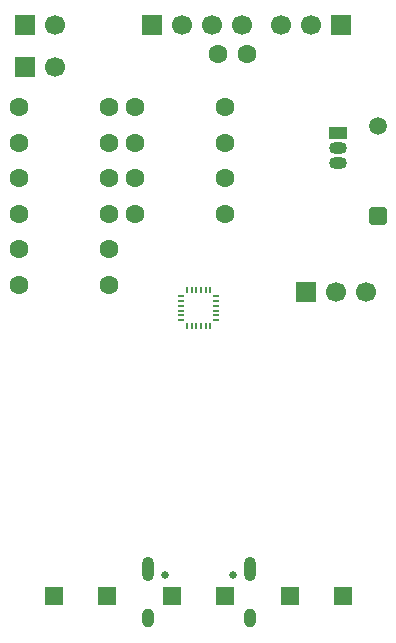
<source format=gbr>
%TF.GenerationSoftware,KiCad,Pcbnew,9.0.3*%
%TF.CreationDate,2025-08-16T12:14:02+01:00*%
%TF.ProjectId,cheetoPet,63686565-746f-4506-9574-2e6b69636164,rev?*%
%TF.SameCoordinates,Original*%
%TF.FileFunction,Soldermask,Top*%
%TF.FilePolarity,Negative*%
%FSLAX46Y46*%
G04 Gerber Fmt 4.6, Leading zero omitted, Abs format (unit mm)*
G04 Created by KiCad (PCBNEW 9.0.3) date 2025-08-16 12:14:02*
%MOMM*%
%LPD*%
G01*
G04 APERTURE LIST*
G04 Aperture macros list*
%AMRoundRect*
0 Rectangle with rounded corners*
0 $1 Rounding radius*
0 $2 $3 $4 $5 $6 $7 $8 $9 X,Y pos of 4 corners*
0 Add a 4 corners polygon primitive as box body*
4,1,4,$2,$3,$4,$5,$6,$7,$8,$9,$2,$3,0*
0 Add four circle primitives for the rounded corners*
1,1,$1+$1,$2,$3*
1,1,$1+$1,$4,$5*
1,1,$1+$1,$6,$7*
1,1,$1+$1,$8,$9*
0 Add four rect primitives between the rounded corners*
20,1,$1+$1,$2,$3,$4,$5,0*
20,1,$1+$1,$4,$5,$6,$7,0*
20,1,$1+$1,$6,$7,$8,$9,0*
20,1,$1+$1,$8,$9,$2,$3,0*%
G04 Aperture macros list end*
%ADD10C,1.700000*%
%ADD11R,1.700000X1.700000*%
%ADD12R,1.600000X1.500000*%
%ADD13RoundRect,0.050000X-0.225000X-0.050000X0.225000X-0.050000X0.225000X0.050000X-0.225000X0.050000X0*%
%ADD14RoundRect,0.050000X0.050000X-0.225000X0.050000X0.225000X-0.050000X0.225000X-0.050000X-0.225000X0*%
%ADD15C,1.600000*%
%ADD16RoundRect,0.250001X0.499999X-0.499999X0.499999X0.499999X-0.499999X0.499999X-0.499999X-0.499999X0*%
%ADD17C,1.500000*%
%ADD18R,1.500000X1.050000*%
%ADD19O,1.500000X1.050000*%
%ADD20C,0.650000*%
%ADD21O,1.000000X1.600000*%
%ADD22O,1.000000X2.100000*%
G04 APERTURE END LIST*
D10*
%TO.C,SW4*%
X165260000Y-77400000D03*
X167800000Y-77400000D03*
D11*
X170340000Y-77400000D03*
%TD*%
D12*
%TO.C,SW1*%
X146050000Y-125800000D03*
X150550000Y-125800000D03*
%TD*%
D13*
%TO.C,U2*%
X156800000Y-100400000D03*
X156800000Y-100800000D03*
X156800000Y-101200000D03*
X156800000Y-101600000D03*
X156800000Y-102000000D03*
X156800000Y-102400000D03*
D14*
X157300000Y-102900000D03*
X157700000Y-102900000D03*
X158100000Y-102900000D03*
X158500000Y-102900000D03*
X158900000Y-102900000D03*
X159300000Y-102900000D03*
D13*
X159800000Y-102400000D03*
X159800000Y-102000000D03*
X159800000Y-101600000D03*
X159800000Y-101200000D03*
X159800000Y-100800000D03*
X159800000Y-100400000D03*
D14*
X159300000Y-99900000D03*
X158900000Y-99900000D03*
X158500000Y-99900000D03*
X158100000Y-99900000D03*
X157700000Y-99900000D03*
X157300000Y-99900000D03*
%TD*%
D12*
%TO.C,SW3*%
X166050000Y-125800000D03*
X170550000Y-125800000D03*
%TD*%
%TO.C,SW2*%
X156050000Y-125800000D03*
X160550000Y-125800000D03*
%TD*%
D11*
%TO.C,J1*%
X154360000Y-77400000D03*
D10*
X156900000Y-77400000D03*
X159440000Y-77400000D03*
X161980000Y-77400000D03*
%TD*%
D15*
%TO.C,R6*%
X150710000Y-87400000D03*
X143090000Y-87400000D03*
%TD*%
%TO.C,R8*%
X143090000Y-84400000D03*
X150710000Y-84400000D03*
%TD*%
%TO.C,R3*%
X150700000Y-93400000D03*
X143080000Y-93400000D03*
%TD*%
D11*
%TO.C,J2*%
X167420000Y-100000000D03*
D10*
X169960000Y-100000000D03*
X172500000Y-100000000D03*
%TD*%
D16*
%TO.C,D1*%
X173500000Y-93620000D03*
D17*
X173500000Y-86000000D03*
%TD*%
D18*
%TO.C,U6*%
X170100000Y-86530000D03*
D19*
X170100000Y-87800000D03*
X170100000Y-89070000D03*
%TD*%
D15*
%TO.C,R2*%
X150700000Y-99400000D03*
X143080000Y-99400000D03*
%TD*%
%TO.C,R4*%
X150700000Y-90400000D03*
X143080000Y-90400000D03*
%TD*%
%TO.C,R7*%
X160510000Y-93400000D03*
X152890000Y-93400000D03*
%TD*%
%TO.C,C1*%
X159900000Y-79900000D03*
X162400000Y-79900000D03*
%TD*%
%TO.C,R5*%
X150700000Y-96400000D03*
X143080000Y-96400000D03*
%TD*%
D20*
%TO.C,P1*%
X161190000Y-124000000D03*
X155410000Y-124000000D03*
D21*
X162620000Y-127650000D03*
D22*
X162620000Y-123470000D03*
D21*
X153980000Y-127650000D03*
D22*
X153980000Y-123470000D03*
%TD*%
D11*
%TO.C,BT2*%
X143625000Y-81000000D03*
D10*
X146165000Y-81000000D03*
%TD*%
D15*
%TO.C,R9*%
X160510000Y-84400000D03*
X152890000Y-84400000D03*
%TD*%
%TO.C,R12*%
X160510000Y-90400000D03*
X152890000Y-90400000D03*
%TD*%
D11*
%TO.C,BT1*%
X143625000Y-77400000D03*
D10*
X146165000Y-77400000D03*
%TD*%
D15*
%TO.C,R10*%
X160510000Y-87400000D03*
X152890000Y-87400000D03*
%TD*%
M02*

</source>
